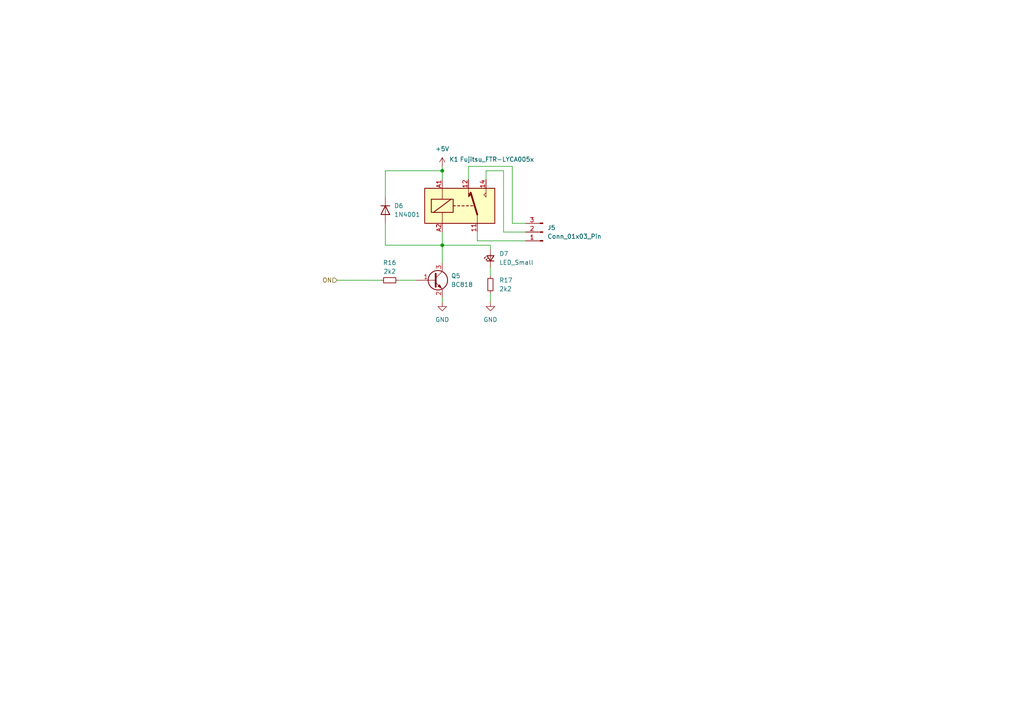
<source format=kicad_sch>
(kicad_sch (version 20231120) (generator "eeschema") (generator_version "8.0")
  (paper "A4")
  (lib_symbols
    (symbol "Connector:Conn_01x03_Pin" (pin_names (offset 1.016) hide)
      (property "Reference" "J" (at 0 5.08 0))
      (property "Value" "Conn_01x03_Pin" (at 0 -5.08 0))
      (symbol "Conn_01x03_Pin_1_1"
        (polyline (pts (xy 1.27 -2.54) (xy 0.8636 -2.54)) (stroke (width 0.1524)))
        (polyline (pts (xy 1.27 0) (xy 0.8636 0)) (stroke (width 0.1524)))
        (polyline (pts (xy 1.27 2.54) (xy 0.8636 2.54)) (stroke (width 0.1524)))
        (rectangle (start 0.8636 -2.413) (end 0 -2.667) (stroke (width 0.1524)) (fill (type outline)))
        (rectangle (start 0.8636 0.127) (end 0 -0.127) (stroke (width 0.1524)) (fill (type outline)))
        (rectangle (start 0.8636 2.667) (end 0 2.413) (stroke (width 0.1524)) (fill (type outline)))
        (pin passive line (at 5.08 2.54 180) (length 3.81) (name "Pin_1") (number "1"))
        (pin passive line (at 5.08 0 180) (length 3.81) (name "Pin_2") (number "2"))
        (pin passive line (at 5.08 -2.54 180) (length 3.81) (name "Pin_3") (number "3"))
      )
    )
    (symbol "Device:LED_Small" (pin_numbers hide) (pin_names (offset 0.254) hide)
      (property "Reference" "D" (at -1.27 3.175 0))
      (property "Value" "LED_Small" (at -4.445 -2.54 0))
      (symbol "LED_Small_0_1"
        (polyline (pts (xy -0.762 -1.016) (xy -0.762 1.016)) (stroke (width 0.254)))
        (polyline (pts (xy 1.016 0) (xy -0.762 0)))
        (polyline (pts (xy 0.762 -1.016) (xy -0.762 0) (xy 0.762 1.016) (xy 0.762 -1.016)) (stroke (width 0.254)))
        (polyline (pts (xy 0 0.762) (xy -0.508 1.27) (xy -0.254 1.27) (xy -0.508 1.27) (xy -0.508 1.016)))
        (polyline (pts (xy 0.508 1.27) (xy 0 1.778) (xy 0.254 1.778) (xy 0 1.778) (xy 0 1.524)))
      )
      (symbol "LED_Small_1_1"
        (pin passive line (at -2.54 0 0) (length 1.778) (name "K") (number "1"))
        (pin passive line (at 2.54 0 180) (length 1.778) (name "A") (number "2"))
      )
    )
    (symbol "Device:R_Small" (pin_numbers hide) (pin_names (offset 0.254) hide)
      (property "Reference" "R" (at 0.762 0.508 0))
      (property "Value" "R_Small" (at 0.762 -1.016 0))
      (symbol "R_Small_0_1"
        (rectangle (start -0.762 1.778) (end 0.762 -1.778) (stroke (width 0.2032)))
      )
      (symbol "R_Small_1_1"
        (pin passive line (at 0 2.54 270) (length 0.762) (name "~") (number "1"))
        (pin passive line (at 0 -2.54 90) (length 0.762) (name "~") (number "2"))
      )
    )
    (symbol "Diode:1N4001" (pin_numbers hide) (pin_names hide)
      (property "Reference" "D" (at 0 2.54 0))
      (property "Value" "1N4001" (at 0 -2.54 0))
      (symbol "1N4001_0_1"
        (polyline (pts (xy -1.27 1.27) (xy -1.27 -1.27)) (stroke (width 0.254)))
        (polyline (pts (xy 1.27 0) (xy -1.27 0)))
        (polyline (pts (xy 1.27 1.27) (xy 1.27 -1.27) (xy -1.27 0) (xy 1.27 1.27)) (stroke (width 0.254)))
      )
      (symbol "1N4001_1_1"
        (pin passive line (at -3.81 0 0) (length 2.54) (name "K") (number "1"))
        (pin passive line (at 3.81 0 180) (length 2.54) (name "A") (number "2"))
      )
    )
    (symbol "Relay:Fujitsu_FTR-LYCA005x"
      (property "Reference" "K" (at 11.43 3.81 0))
      (property "Value" "Fujitsu_FTR-LYCA005x" (at 11.43 1.27 0))
      (symbol "Fujitsu_FTR-LYCA005x_0_0"
        (polyline (pts (xy 7.62 5.08) (xy 7.62 2.54) (xy 6.985 3.175) (xy 7.62 3.81)))
      )
      (symbol "Fujitsu_FTR-LYCA005x_0_1"
        (rectangle (start -10.16 5.08) (end 10.16 -5.08) (stroke (width 0.254)) (fill (type background)))
        (rectangle (start -8.255 1.905) (end -1.905 -1.905) (stroke (width 0.254)))
        (polyline (pts (xy -7.62 -1.905) (xy -2.54 1.905)) (stroke (width 0.254)))
        (polyline (pts (xy -5.08 -5.08) (xy -5.08 -1.905)))
        (polyline (pts (xy -5.08 5.08) (xy -5.08 1.905)))
        (polyline (pts (xy -1.905 0) (xy -1.27 0)) (stroke (width 0.254)))
        (polyline (pts (xy -0.635 0) (xy 0 0)) (stroke (width 0.254)))
        (polyline (pts (xy 0.635 0) (xy 1.27 0)) (stroke (width 0.254)))
        (polyline (pts (xy 1.905 0) (xy 2.54 0)) (stroke (width 0.254)))
        (polyline (pts (xy 3.175 0) (xy 3.81 0)) (stroke (width 0.254)))
        (polyline (pts (xy 5.08 -2.54) (xy 3.175 3.81)) (stroke (width 0.508)))
        (polyline (pts (xy 5.08 -2.54) (xy 5.08 -5.08)))
        (polyline (pts (xy 2.54 5.08) (xy 2.54 2.54) (xy 3.175 3.175) (xy 2.54 3.81)) (fill (type outline)))
      )
      (symbol "Fujitsu_FTR-LYCA005x_1_1"
        (pin passive line (at 5.08 -7.62 90) (length 2.54) (name "~") (number "11"))
        (pin passive line (at 2.54 7.62 270) (length 2.54) (name "~") (number "12"))
        (pin passive line (at 7.62 7.62 270) (length 2.54) (name "~") (number "14"))
        (pin passive line (at -5.08 7.62 270) (length 2.54) (name "~") (number "A1"))
        (pin passive line (at -5.08 -7.62 90) (length 2.54) (name "~") (number "A2"))
      )
    )
    (symbol "Transistor_BJT:BC818" (pin_names (offset 0) hide)
      (property "Reference" "Q" (at 5.08 1.905 0))
      (property "Value" "BC818" (at 5.08 0 0))
      (symbol "BC818_0_1"
        (polyline (pts (xy 0.635 0.635) (xy 2.54 2.54)))
        (polyline (pts (xy 0.635 -0.635) (xy 2.54 -2.54) (xy 2.54 -2.54)))
        (polyline (pts (xy 0.635 1.905) (xy 0.635 -1.905) (xy 0.635 -1.905)) (stroke (width 0.508)))
        (polyline (pts (xy 1.27 -1.778) (xy 1.778 -1.27) (xy 2.286 -2.286) (xy 1.27 -1.778) (xy 1.27 -1.778)) (fill (type outline)))
        (circle (center 1.27 0) (radius 2.8194) (stroke (width 0.254)))
      )
      (symbol "BC818_1_1"
        (pin input line (at -5.08 0 0) (length 5.715) (name "B") (number "1"))
        (pin passive line (at 2.54 -5.08 90) (length 2.54) (name "E") (number "2"))
        (pin passive line (at 2.54 5.08 270) (length 2.54) (name "C") (number "3"))
      )
    )
    (symbol "power:+5V" (power) (pin_numbers hide) (pin_names (offset 0) hide)
      (property "Value" "+5V" (at 0 3.556 0))
      (symbol "+5V_0_1"
        (polyline (pts (xy -0.762 1.27) (xy 0 2.54)))
        (polyline (pts (xy 0 0) (xy 0 2.54)))
        (polyline (pts (xy 0 2.54) (xy 0.762 1.27)))
      )
      (symbol "+5V_1_1"
        (pin power_in line (at 0 0 90) (length 0) (name "~") (number "1"))
      )
    )
    (symbol "power:GND" (power) (pin_names (offset 0))
      (property "Value" "GND" (at 0 -3.81 0))
      (symbol "GND_0_1"
        (polyline (pts (xy 0 0) (xy 0 -1.27) (xy 1.27 -1.27) (xy 0 -2.54) (xy -1.27 -1.27) (xy 0 -1.27)))
      )
      (symbol "GND_1_1"
        (pin power_in line (at 0 0 270) (length 0) hide (name "GND") (number "1"))
      )
    )
  )
  (junction (at 128.27 49.53))
  (junction (at 128.27 71.12))
  (wire (pts (xy 111.76 71.12) (xy 111.76 64.77)))
  (wire (pts (xy 142.24 77.47) (xy 142.24 80.01)))
  (wire (pts (xy 142.24 85.09) (xy 142.24 87.63)))
  (wire (pts (xy 146.05 67.31) (xy 152.4 67.31)))
  (wire (pts (xy 140.97 52.07) (xy 140.97 49.53)))
  (wire (pts (xy 138.43 69.85) (xy 138.43 67.31)))
  (wire (pts (xy 128.27 71.12) (xy 111.76 71.12)))
  (wire (pts (xy 128.27 67.31) (xy 128.27 71.12)))
  (wire (pts (xy 115.57 81.28) (xy 120.65 81.28)))
  (wire (pts (xy 152.4 64.77) (xy 148.59 64.77)))
  (wire (pts (xy 148.59 64.77) (xy 148.59 48.26)))
  (wire (pts (xy 138.43 69.85) (xy 152.4 69.85)))
  (wire (pts (xy 142.24 71.12) (xy 142.24 72.39)))
  (wire (pts (xy 128.27 48.26) (xy 128.27 49.53)))
  (wire (pts (xy 128.27 71.12) (xy 142.24 71.12)))
  (wire (pts (xy 128.27 71.12) (xy 128.27 76.2)))
  (wire (pts (xy 140.97 49.53) (xy 146.05 49.53)))
  (wire (pts (xy 128.27 49.53) (xy 111.76 49.53)))
  (wire (pts (xy 97.79 81.28) (xy 110.49 81.28)))
  (wire (pts (xy 111.76 49.53) (xy 111.76 57.15)))
  (wire (pts (xy 148.59 48.26) (xy 135.89 48.26)))
  (wire (pts (xy 128.27 86.36) (xy 128.27 87.63)))
  (wire (pts (xy 135.89 48.26) (xy 135.89 52.07)))
  (wire (pts (xy 146.05 49.53) (xy 146.05 67.31)))
  (wire (pts (xy 128.27 49.53) (xy 128.27 52.07)))
  (hierarchical_label "ON" (shape input) (at 97.79 81.28 180))
  (symbol (lib_id "power:GND") (at 142.24 87.63 0) (unit 1)
    (property "Reference" "#PWR041" (effects (hide yes)))
    (property "Value" "GND" (at 142.24 92.71 0))
    (instances (project "TempControllerMainBoard" (path "" (reference "#PWR041") (unit 1)) (path "" (reference "#PWR084") (unit 1))))
  )
  (symbol (lib_id "Device:LED_Small") (at 142.24 74.93 90) (unit 1)
    (property "Reference" "D7" (at 144.78 73.5964 90) (effects (justify right)))
    (property "Value" "LED_Small" (at 144.78 76.1364 90) (effects (justify right)))
    (property "Footprint" "LED_SMD:LED_1206_3216Metric" (effects (hide yes)))
    (property "Description" "Light emitting diode, small symbol" (effects (hide yes)))
    (instances (project "TempControllerMainBoard" (path "" (reference "D7") (unit 1)) (path "" (reference "D13") (unit 1))))
  )
  (symbol (lib_id "Transistor_BJT:BC818") (at 125.73 81.28 0) (unit 1)
    (property "Reference" "Q5" (at 130.81 80.01 0) (effects (justify left)))
    (property "Value" "BC818" (at 130.81 82.55 0) (effects (justify left)))
    (property "Footprint" "Package_TO_SOT_SMD:SOT-23" (effects (hide yes)))
    (property "Datasheet" "https://www.onsemi.com/pub/Collateral/BC818-D.pdf" (effects (hide yes)))
    (instances (project "TempControllerMainBoard" (path "" (reference "Q5") (unit 1)) (path "" (reference "Q12") (unit 1))))
  )
  (symbol (lib_id "Device:R_Small") (at 113.03 81.28 90) (unit 1)
    (property "Reference" "R16" (at 113.03 76.2 90))
    (property "Value" "2k2" (at 113.03 78.74 90))
    (property "Footprint" "Resistor_SMD:R_1206_3216Metric" (effects (hide yes)))
    (property "Description" "Resistor, small symbol" (effects (hide yes)))
    (instances (project "TempControllerMainBoard" (path "" (reference "R16") (unit 1)) (path "" (reference "R29") (unit 1))))
  )
  (symbol (lib_id "power:+5V") (at 128.27 48.26 0) (unit 1)
    (property "Reference" "#PWR039" (effects (hide yes)))
    (property "Value" "+5V" (at 128.27 43.18 0))
    (property "Description" "Power symbol creates a global label with name \"+5V\"" (effects (hide yes)))
    (instances (project "TempControllerMainBoard" (path "" (reference "#PWR039") (unit 1)) (path "" (reference "#PWR082") (unit 1))))
  )
  (symbol (lib_id "Relay:Fujitsu_FTR-LYCA005x") (at 133.35 59.69 0) (unit 1)
    (property "Reference" "K1" (at 130.302 46.228 0) (effects (justify left)))
    (property "Value" "Fujitsu_FTR-LYCA005x" (at 133.35 46.228 0) (effects (justify left)))
    (property "Footprint" "Relay_THT:Relay_SPDT_Fujitsu_FTR-LYCA005x_FormC_Vertical" (effects (hide yes)))
    (property "Datasheet" "https://www.fujitsu.com/sg/imagesgig5/ftr-ly.pdf" (effects (hide yes)))
    (property "Description" "Relay, SPDT Form C, vertical mount, 5-60V coil, 6A, 250VAC, 28 x 5 x 15mm" (effects (hide yes)))
    (instances (project "TempControllerMainBoard" (path "" (reference "K1") (unit 1)) (path "" (reference "K2") (unit 1))))
  )
  (symbol (lib_id "Device:R_Small") (at 142.24 82.55 180) (unit 1)
    (property "Reference" "R17" (at 144.78 81.2799 0) (effects (justify right)))
    (property "Value" "2k2" (at 144.78 83.8199 0) (effects (justify right)))
    (property "Footprint" "Resistor_SMD:R_1206_3216Metric" (effects (hide yes)))
    (property "Description" "Resistor, small symbol" (effects (hide yes)))
    (instances (project "TempControllerMainBoard" (path "" (reference "R17") (unit 1)) (path "" (reference "R30") (unit 1))))
  )
  (symbol (lib_id "Connector:Conn_01x03_Pin") (at 157.48 67.31 180) (unit 1)
    (property "Reference" "J5" (at 158.75 66.0399 0) (effects (justify right)))
    (property "Value" "Conn_01x03_Pin" (at 158.75 68.5799 0) (effects (justify right)))
    (property "Footprint" "TerminalBlock_Phoenix:TerminalBlock_Phoenix_MKDS-3-3-5.08_1x03_P5.08mm_Horizontal" (effects (hide yes)))
    (property "Description" "Generic connector, single row, 01x03, script generated" (effects (hide yes)))
    (instances (project "TempControllerMainBoard" (path "" (reference "J5") (unit 1)) (path "" (reference "J11") (unit 1))))
  )
  (symbol (lib_id "Diode:1N4001") (at 111.76 60.96 270) (unit 1)
    (property "Reference" "D6" (at 114.3 59.6899 90) (effects (justify left)))
    (property "Value" "1N4001" (at 114.3 62.2299 90) (effects (justify left)))
    (property "Footprint" "Diode_THT:D_DO-41_SOD81_P10.16mm_Horizontal" (effects (hide yes)))
    (property "Datasheet" "http://www.vishay.com/docs/88503/1n4001.pdf" (effects (hide yes)))
    (property "Description" "50V 1A General Purpose Rectifier Diode, DO-41" (effects (hide yes)))
    (property "Sim.Device" "D" (effects (hide yes)))
    (property "Sim.Pins" "1=K 2=A" (effects (hide yes)))
    (instances (project "TempControllerMainBoard" (path "" (reference "D6") (unit 1)) (path "" (reference "D12") (unit 1))))
  )
  (symbol (lib_id "power:GND") (at 128.27 87.63 0) (unit 1)
    (property "Reference" "#PWR040" (effects (hide yes)))
    (property "Value" "GND" (at 128.27 92.71 0))
    (instances (project "TempControllerMainBoard" (path "" (reference "#PWR040") (unit 1)) (path "" (reference "#PWR083") (unit 1))))
  )
)
</source>
